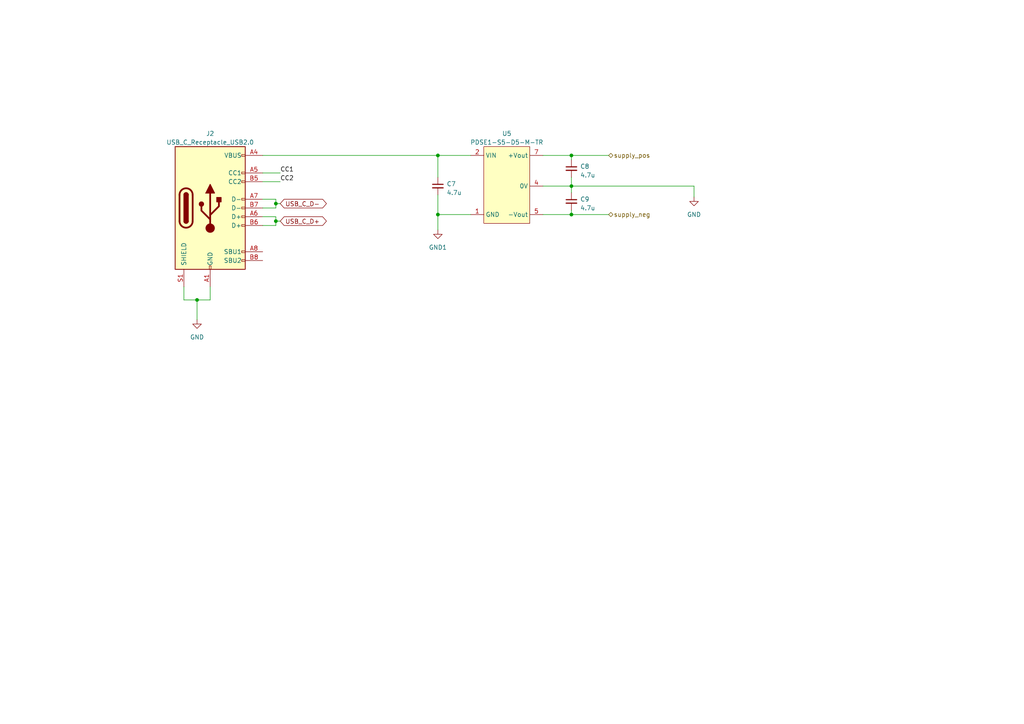
<source format=kicad_sch>
(kicad_sch (version 20230121) (generator eeschema)
  (paper "A4")
  (lib_symbols
    (symbol "Connector:USB_C_Receptacle_USB2.0" (pin_names (offset 1.016))
      (property "Reference" "J" (at -10.16 19.05 0))
      (property "Value" "USB_C_Receptacle_USB2.0" (at 19.05 19.05 0))
      (symbol "USB_C_Receptacle_USB2.0_0_0"
        (rectangle (start -0.254 -17.78) (end 0.254 -16.764))
        (rectangle (start 10.16 -14.986) (end 9.144 -15.494))
        (rectangle (start 10.16 -12.446) (end 9.144 -12.954))
        (rectangle (start 10.16 -4.826) (end 9.144 -5.334))
        (rectangle (start 10.16 -2.286) (end 9.144 -2.794))
        (rectangle (start 10.16 0.254) (end 9.144 -0.254))
        (rectangle (start 10.16 2.794) (end 9.144 2.286))
        (rectangle (start 10.16 7.874) (end 9.144 7.366))
        (rectangle (start 10.16 10.414) (end 9.144 9.906))
        (rectangle (start 10.16 15.494) (end 9.144 14.986))
      )
      (symbol "USB_C_Receptacle_USB2.0_0_1"
        (rectangle (start -10.16 17.78) (end 10.16 -17.78) (stroke (width 0.254)) (fill (type background)))
        (arc (start -8.89 -3.81) (mid -6.985 -5.7067) (end -5.08 -3.81) (stroke (width 0.508)))
        (arc (start -7.62 -3.81) (mid -6.985 -4.4423) (end -6.35 -3.81) (stroke (width 0.254)))
        (arc (start -7.62 -3.81) (mid -6.985 -4.4423) (end -6.35 -3.81) (stroke (width 0.254)) (fill (type outline)))
        (rectangle (start -7.62 -3.81) (end -6.35 3.81) (stroke (width 0.254)) (fill (type outline)))
        (arc (start -6.35 3.81) (mid -6.985 4.4423) (end -7.62 3.81) (stroke (width 0.254)))
        (arc (start -6.35 3.81) (mid -6.985 4.4423) (end -7.62 3.81) (stroke (width 0.254)) (fill (type outline)))
        (arc (start -5.08 3.81) (mid -6.985 5.7067) (end -8.89 3.81) (stroke (width 0.508)))
        (circle (center -2.54 1.143) (radius 0.635) (stroke (width 0.254)) (fill (type outline)))
        (circle (center 0 -5.842) (radius 1.27) (fill (type outline)))
        (polyline (pts (xy -8.89 -3.81) (xy -8.89 3.81)) (stroke (width 0.508)))
        (polyline (pts (xy -5.08 3.81) (xy -5.08 -3.81)) (stroke (width 0.508)))
        (polyline (pts (xy 0 -5.842) (xy 0 4.318)) (stroke (width 0.508)))
        (polyline (pts (xy 0 -3.302) (xy -2.54 -0.762) (xy -2.54 0.508)) (stroke (width 0.508)))
        (polyline (pts (xy 0 -2.032) (xy 2.54 0.508) (xy 2.54 1.778)) (stroke (width 0.508)))
        (polyline (pts (xy -1.27 4.318) (xy 0 6.858) (xy 1.27 4.318) (xy -1.27 4.318)) (stroke (width 0.254)) (fill (type outline)))
        (rectangle (start 1.905 1.778) (end 3.175 3.048) (stroke (width 0.254)) (fill (type outline)))
      )
      (symbol "USB_C_Receptacle_USB2.0_1_1"
        (pin passive line (at 0 -22.86 90) (length 5.08) (name "GND") (number "A1"))
        (pin passive line (at 0 -22.86 90) (length 5.08) hide (name "GND") (number "A12"))
        (pin passive line (at 15.24 15.24 180) (length 5.08) (name "VBUS") (number "A4"))
        (pin bidirectional line (at 15.24 10.16 180) (length 5.08) (name "CC1") (number "A5"))
        (pin bidirectional line (at 15.24 -2.54 180) (length 5.08) (name "D+") (number "A6"))
        (pin bidirectional line (at 15.24 2.54 180) (length 5.08) (name "D-") (number "A7"))
        (pin bidirectional line (at 15.24 -12.7 180) (length 5.08) (name "SBU1") (number "A8"))
        (pin passive line (at 15.24 15.24 180) (length 5.08) hide (name "VBUS") (number "A9"))
        (pin passive line (at 0 -22.86 90) (length 5.08) hide (name "GND") (number "B1"))
        (pin passive line (at 0 -22.86 90) (length 5.08) hide (name "GND") (number "B12"))
        (pin passive line (at 15.24 15.24 180) (length 5.08) hide (name "VBUS") (number "B4"))
        (pin bidirectional line (at 15.24 7.62 180) (length 5.08) (name "CC2") (number "B5"))
        (pin bidirectional line (at 15.24 -5.08 180) (length 5.08) (name "D+") (number "B6"))
        (pin bidirectional line (at 15.24 0 180) (length 5.08) (name "D-") (number "B7"))
        (pin bidirectional line (at 15.24 -15.24 180) (length 5.08) (name "SBU2") (number "B8"))
        (pin passive line (at 15.24 15.24 180) (length 5.08) hide (name "VBUS") (number "B9"))
        (pin passive line (at -7.62 -22.86 90) (length 5.08) (name "SHIELD") (number "S1"))
      )
    )
    (symbol "Device:C_Small" (pin_numbers hide) (pin_names (offset 0.254) hide)
      (property "Reference" "C" (at 0.254 1.778 0))
      (property "Value" "C_Small" (at 0.254 -2.032 0))
      (symbol "C_Small_0_1"
        (polyline (pts (xy -1.524 -0.508) (xy 1.524 -0.508)) (stroke (width 0.3302)))
        (polyline (pts (xy -1.524 0.508) (xy 1.524 0.508)) (stroke (width 0.3048)))
      )
      (symbol "C_Small_1_1"
        (pin passive line (at 0 2.54 270) (length 2.032) (name "~") (number "1"))
        (pin passive line (at 0 -2.54 90) (length 2.032) (name "~") (number "2"))
      )
    )
    (symbol "User_SupplyGen:PDSE1-S5-D5-M-TR"
      (property "Reference" "U" (at 5.715 7.62 0))
      (property "Value" "PDSE1-S5-D5-M-TR" (at 5.715 5.08 0))
      (symbol "PDSE1-S5-D5-M-TR_1_1"
        (rectangle (start 0 3.81) (end 13.335 -18.415) (fill (type background)))
        (pin power_in line (at -3.81 -15.875 0) (length 3.81) (name "GND") (number "1"))
        (pin no_connect line (at -3.81 -7.62 0) (length 3.81) hide (name "NC") (number "10"))
        (pin power_in line (at -3.81 1.27 0) (length 3.81) (name "VIN") (number "2"))
        (pin power_in line (at 17.145 -7.62 180) (length 3.81) (name "0V") (number "4"))
        (pin power_in line (at 17.145 -15.875 180) (length 3.81) (name "-Vout") (number "5"))
        (pin power_in line (at 17.145 1.27 180) (length 3.81) (name "+Vout") (number "7"))
      )
    )
    (symbol "power:GND" (power) (pin_names (offset 0))
      (property "Value" "GND" (at 0 -3.81 0))
      (symbol "GND_0_1"
        (polyline (pts (xy 0 0) (xy 0 -1.27) (xy 1.27 -1.27) (xy 0 -2.54) (xy -1.27 -1.27) (xy 0 -1.27)))
      )
      (symbol "GND_1_1"
        (pin power_in line (at 0 0 270) (length 0) hide (name "GND") (number "1"))
      )
    )
    (symbol "power:GND1" (power) (pin_names (offset 0))
      (property "Value" "GND1" (at 0 -3.81 0))
      (symbol "GND1_0_1"
        (polyline (pts (xy 0 0) (xy 0 -1.27) (xy 1.27 -1.27) (xy 0 -2.54) (xy -1.27 -1.27) (xy 0 -1.27)))
      )
      (symbol "GND1_1_1"
        (pin power_in line (at 0 0 270) (length 0) hide (name "GND1") (number "1"))
      )
    )
  )
  (junction (at 127 62.23))
  (junction (at 165.735 53.975))
  (junction (at 80.01 64.135))
  (junction (at 127 45.085))
  (junction (at 165.735 62.23))
  (junction (at 57.15 86.995))
  (junction (at 80.01 59.055))
  (junction (at 165.735 45.085))
  (wire (pts (xy 80.01 62.865) (xy 80.01 64.135)))
  (wire (pts (xy 165.735 62.23) (xy 157.48 62.23)))
  (wire (pts (xy 165.735 53.975) (xy 165.735 55.88)))
  (wire (pts (xy 127 56.515) (xy 127 62.23)))
  (wire (pts (xy 57.15 86.995) (xy 57.15 92.71)))
  (wire (pts (xy 80.01 57.785) (xy 80.01 59.055)))
  (wire (pts (xy 76.2 57.785) (xy 80.01 57.785)))
  (wire (pts (xy 165.735 45.085) (xy 176.53 45.085)))
  (wire (pts (xy 136.525 45.085) (xy 127 45.085)))
  (wire (pts (xy 53.34 83.185) (xy 53.34 86.995)))
  (wire (pts (xy 165.735 51.435) (xy 165.735 53.975)))
  (wire (pts (xy 53.34 86.995) (xy 57.15 86.995)))
  (wire (pts (xy 76.2 50.165) (xy 81.28 50.165)))
  (wire (pts (xy 76.2 65.405) (xy 80.01 65.405)))
  (wire (pts (xy 57.15 86.995) (xy 60.96 86.995)))
  (wire (pts (xy 80.01 59.055) (xy 81.28 59.055)))
  (wire (pts (xy 76.2 45.085) (xy 127 45.085)))
  (wire (pts (xy 76.2 62.865) (xy 80.01 62.865)))
  (wire (pts (xy 76.2 52.705) (xy 81.28 52.705)))
  (wire (pts (xy 165.735 53.975) (xy 201.295 53.975)))
  (wire (pts (xy 157.48 53.975) (xy 165.735 53.975)))
  (wire (pts (xy 127 62.23) (xy 136.525 62.23)))
  (wire (pts (xy 165.735 62.23) (xy 176.53 62.23)))
  (wire (pts (xy 165.735 45.085) (xy 165.735 46.355)))
  (wire (pts (xy 80.01 59.055) (xy 80.01 60.325)))
  (wire (pts (xy 201.295 53.975) (xy 201.295 57.15)))
  (wire (pts (xy 165.735 60.96) (xy 165.735 62.23)))
  (wire (pts (xy 80.01 64.135) (xy 81.28 64.135)))
  (wire (pts (xy 60.96 83.185) (xy 60.96 86.995)))
  (wire (pts (xy 127 62.23) (xy 127 66.675)))
  (wire (pts (xy 76.2 60.325) (xy 80.01 60.325)))
  (wire (pts (xy 80.01 64.135) (xy 80.01 65.405)))
  (wire (pts (xy 157.48 45.085) (xy 165.735 45.085)))
  (wire (pts (xy 127 45.085) (xy 127 51.435)))
  (label "CC1" (at 81.28 50.165 0))
  (label "CC2" (at 81.28 52.705 0))
  (global_label "USB_C_D-" (shape bidirectional) (at 81.28 59.055 0) (property "Intersheetrefs" "${INTERSHEET_REFS}" (effects hide)))
  (global_label "USB_C_D+" (shape bidirectional) (at 81.28 64.135 0) (property "Intersheetrefs" "${INTERSHEET_REFS}" (effects hide)))
  (hierarchical_label "supply_pos" (shape bidirectional) (at 176.53 45.085 0))
  (hierarchical_label "supply_neg" (shape bidirectional) (at 176.53 62.23 0))
  (symbol (lib_id "power:GND1") (at 127 66.675 0) (unit 1)
    (property "Reference" "#PWR013" (effects hide))
    (property "Value" "GND1" (at 127 71.755 0))
  )
  (symbol (lib_id "power:GND") (at 201.295 57.15 0) (unit 1)
    (property "Reference" "#PWR014" (effects hide))
    (property "Value" "GND" (at 201.295 62.23 0))
  )
  (symbol (lib_id "Device:C_Small") (at 127 53.975 0) (unit 1)
    (property "Reference" "C7" (at 129.54 53.3463 0) (effects (justify left)))
    (property "Value" "4.7u" (at 129.54 55.8863 0) (effects (justify left)))
  )
  (symbol (lib_id "power:GND") (at 57.15 92.71 0) (mirror y) (unit 1)
    (property "Reference" "#PWR047" (effects hide))
    (property "Value" "GND" (at 57.15 97.79 0))
    (instances (project "battery_charging_devboard" (path "" (reference "#PWR047") (unit 1))) (project "current_sink_dev" (path "" (reference "#PWR015") (unit 1))) (project "usb_input" (path "" (reference "#PWR047") (unit 1))) (project "power_supply" (path "" (reference "#PWR047") (unit 1))))
  )
  (symbol (lib_id "Connector:USB_C_Receptacle_USB2.0") (at 60.96 60.325 0) (unit 1)
    (property "Reference" "J2" (at 60.96 38.735 0))
    (property "Value" "USB_C_Receptacle_USB2.0" (at 60.96 41.275 0))
    (property "Footprint" "Connector_USB:USB_C_Receptacle_Amphenol_12401610E4-2A" (effects hide))
    (property "Datasheet" "https://www.usb.org/sites/default/files/documents/usb_type-c.zip" (effects hide))
    (property "Vendor" "https://www.mouser.com/ProductDetail/Amphenol-Commercial-Products/12401610E42A?qs=EgDjlb95zqAWvChv41w5lg%3D%3D" (effects hide))
    (property "Price" "1.33" (effects hide))
    (instances (project "battery_charging_devboard" (path "" (reference "J2") (unit 1))) (project "current_sink_dev" (path "" (reference "J1") (unit 1))) (project "usb_input" (path "" (reference "J2") (unit 1))) (project "comms_dev_board" (path "" (reference "J3") (unit 1))) (project "power_supply" (path "" (reference "J2") (unit 1))))
  )
  (symbol (lib_id "Device:C_Small") (at 165.735 48.895 0) (unit 1)
    (property "Reference" "C8" (at 168.275 48.2663 0) (effects (justify left)))
    (property "Value" "4.7u" (at 168.275 50.8063 0) (effects (justify left)))
  )
  (symbol (lib_id "User_SupplyGen:PDSE1-S5-D5-M-TR") (at 140.335 46.355 0) (unit 1)
    (property "Reference" "U5" (at 147.0025 38.735 0))
    (property "Value" "PDSE1-S5-D5-M-TR" (at 147.0025 41.275 0))
    (property "Footprint" "User_SupplyGen:PDSE1-S5-D5-M-TR" (effects hide))
    (property "Datasheet" "https://www.mouser.com/datasheet/2/670/pdse1_m-1596038.pdf" (effects hide))
  )
  (symbol (lib_id "Device:C_Small") (at 165.735 58.42 0) (unit 1)
    (property "Reference" "C9" (at 168.275 57.7913 0) (effects (justify left)))
    (property "Value" "4.7u" (at 168.275 60.3313 0) (effects (justify left)))
  )
)
</source>
